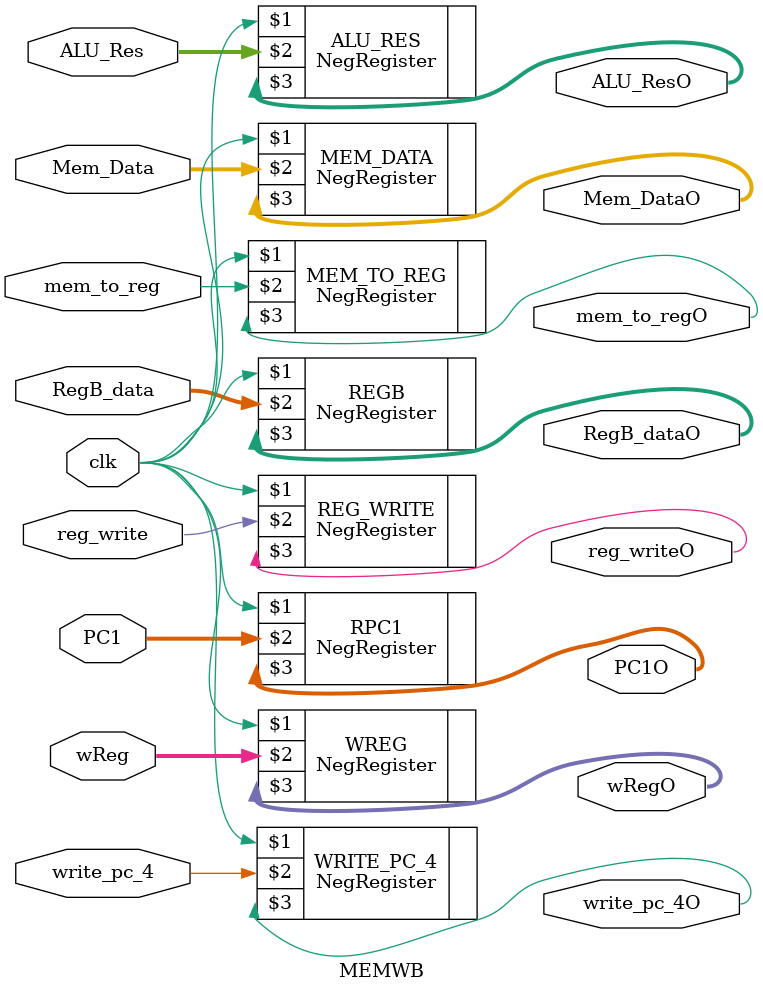
<source format=v>
module MEMWB(input [31:0] ALU_Res, RegB_data, PC1, Mem_Data, input [4:0] wReg, input clk, reg_write, mem_to_reg, write_pc_4, 
	output [31:0] ALU_ResO, RegB_dataO, PC1O, Mem_DataO, output [4:0] wRegO, output reg_writeO, mem_to_regO, write_pc_4O);

	NegRegister#(1) REG_WRITE(clk, reg_write, reg_writeO);
	NegRegister#(1) MEM_TO_REG(clk, mem_to_reg, mem_to_regO);
	NegRegister#(1) WRITE_PC_4(clk, write_pc_4, write_pc_4O);
	NegRegister#(5) WREG(clk, wReg, wRegO);
	NegRegister RPC1(clk, PC1, PC1O);
	NegRegister ALU_RES(clk, ALU_Res, ALU_ResO);
	NegRegister REGB(clk, RegB_data, RegB_dataO);
	NegRegister MEM_DATA(clk, Mem_Data, Mem_DataO);

endmodule	

</source>
